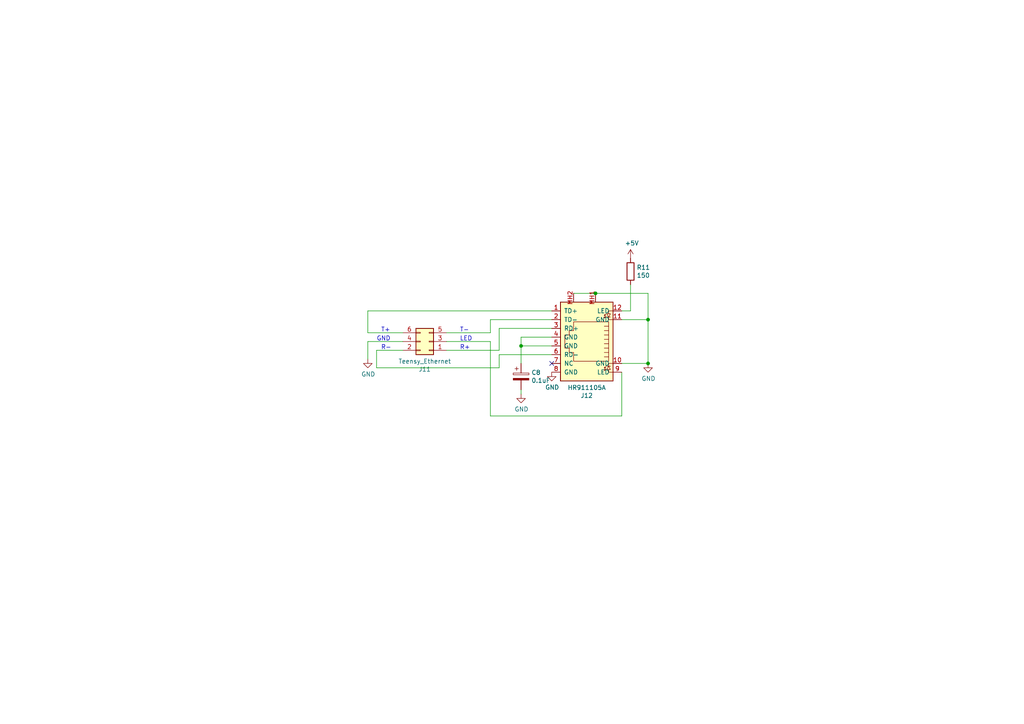
<source format=kicad_sch>
(kicad_sch (version 20211123) (generator eeschema)
  (paper "A4")
  (title_block (title "Ethernet") (date "2022-11-05"))
  (lib_symbols
    (symbol "RC10-rescue:+5V-power" (power) (pin_names (offset 0))
      (property "Value" "+5V-power" (at 0 3.556 0))
      (symbol "+5V-power_0_1"
        (polyline (pts (xy -0.762 1.27) (xy 0 2.54)))
        (polyline (pts (xy 0 0) (xy 0 2.54)))
        (polyline (pts (xy 0 2.54) (xy 0.762 1.27)))
      )
      (symbol "+5V-power_1_1"
        (pin power_in line (at 0 0 90) (length 0) hide (name "+5V") (number "1"))
      )
    )
    (symbol "RC10-rescue:CP-Device" (pin_numbers hide) (pin_names (offset 0.254))
      (property "Reference" "C" (at 0.635 2.54 0))
      (property "Value" "CP-Device" (at 0.635 -2.54 0))
      (symbol "CP-Device_0_1"
        (rectangle (start -2.286 0.508) (end 2.286 1.016))
        (polyline (pts (xy -1.778 2.286) (xy -0.762 2.286)))
        (polyline (pts (xy -1.27 2.794) (xy -1.27 1.778)))
        (rectangle (start 2.286 -0.508) (end -2.286 -1.016) (fill (type outline)))
      )
      (symbol "CP-Device_1_1"
        (pin passive line (at 0 3.81 270) (length 2.794) (name "~") (number "1"))
        (pin passive line (at 0 -3.81 90) (length 2.794) (name "~") (number "2"))
      )
    )
    (symbol "RC10-rescue:Conn_02x03_Odd_Even-Connector_Generic" (pin_names (offset 1.016) hide)
      (property "Reference" "J" (at 1.27 5.08 0))
      (property "Value" "Conn_02x03_Odd_Even-Connector_Generic" (at 1.27 -5.08 0))
      (symbol "Conn_02x03_Odd_Even-Connector_Generic_1_1"
        (rectangle (start -1.27 -2.413) (end 0 -2.667) (stroke (width 0.1524)))
        (rectangle (start -1.27 0.127) (end 0 -0.127) (stroke (width 0.1524)))
        (rectangle (start -1.27 2.667) (end 0 2.413) (stroke (width 0.1524)))
        (rectangle (start -1.27 3.81) (end 3.81 -3.81) (stroke (width 0.254)) (fill (type background)))
        (rectangle (start 3.81 -2.413) (end 2.54 -2.667) (stroke (width 0.1524)))
        (rectangle (start 3.81 0.127) (end 2.54 -0.127) (stroke (width 0.1524)))
        (rectangle (start 3.81 2.667) (end 2.54 2.413) (stroke (width 0.1524)))
        (pin passive line (at -5.08 2.54 0) (length 3.81) (name "Pin_1") (number "1"))
        (pin passive line (at 7.62 2.54 180) (length 3.81) (name "Pin_2") (number "2"))
        (pin passive line (at -5.08 0 0) (length 3.81) (name "Pin_3") (number "3"))
        (pin passive line (at 7.62 0 180) (length 3.81) (name "Pin_4") (number "4"))
        (pin passive line (at -5.08 -2.54 0) (length 3.81) (name "Pin_5") (number "5"))
        (pin passive line (at 7.62 -2.54 180) (length 3.81) (name "Pin_6") (number "6"))
      )
    )
    (symbol "RC10-rescue:GND-power" (power) (pin_names (offset 0))
      (property "Value" "GND-power" (at 0 -3.81 0))
      (symbol "GND-power_0_1"
        (polyline (pts (xy 0 0) (xy 0 -1.27) (xy 1.27 -1.27) (xy 0 -2.54) (xy -1.27 -1.27) (xy 0 -1.27)))
      )
      (symbol "GND-power_1_1"
        (pin power_in line (at 0 0 270) (length 0) hide (name "GND") (number "1"))
      )
    )
    (symbol "RC10-rescue:HR911105A-MyLib" (pin_names (offset 1.016))
      (property "Reference" "J" (at -6.0452 13.716 0))
      (property "Value" "HR911105A-MyLib" (at -3.4544 13.7668 0))
      (symbol "HR911105A-MyLib_0_1"
        (polyline (pts (xy -7.62 -7.62) (xy -6.35 -7.62)))
        (polyline (pts (xy -7.62 -5.08) (xy -6.35 -5.08)))
        (polyline (pts (xy -7.62 7.62) (xy -6.35 7.62)))
        (polyline (pts (xy -7.62 10.16) (xy -6.35 10.16)))
        (polyline (pts (xy -6.8834 8.4328) (xy -5.8674 8.4328)))
        (polyline (pts (xy -6.858 -5.842) (xy -5.842 -5.842)))
        (polyline (pts (xy -6.35 -7.62) (xy -6.35 -6.858)))
        (polyline (pts (xy -6.35 -5.08) (xy -6.35 -5.842)))
        (polyline (pts (xy -6.35 7.62) (xy -6.35 8.382)))
        (polyline (pts (xy -6.35 10.16) (xy -6.35 9.398)))
        (polyline (pts (xy -5.08 -6.223) (xy -5.207 -6.604)))
        (polyline (pts (xy -5.08 -5.588) (xy -5.207 -5.969)))
        (polyline (pts (xy -5.08 4.445) (xy -6.35 4.445)))
        (polyline (pts (xy -5.08 5.715) (xy -6.35 5.715)))
        (polyline (pts (xy -5.08 9.017) (xy -5.207 8.636)))
        (polyline (pts (xy -5.08 9.652) (xy -5.207 9.271)))
        (polyline (pts (xy -6.35 -3.175) (xy -5.08 -3.175) (xy -5.08 -3.175)))
        (polyline (pts (xy -6.35 -1.905) (xy -5.08 -1.905) (xy -5.08 -1.905)))
        (polyline (pts (xy -6.35 -0.635) (xy -5.08 -0.635) (xy -5.08 -0.635)))
        (polyline (pts (xy -6.35 0.635) (xy -5.08 0.635) (xy -5.08 0.635)))
        (polyline (pts (xy -6.35 1.905) (xy -5.08 1.905) (xy -5.08 1.905)))
        (polyline (pts (xy -5.588 -6.731) (xy -5.08 -6.223) (xy -5.461 -6.35)))
        (polyline (pts (xy -5.588 -6.096) (xy -5.08 -5.588) (xy -5.461 -5.715)))
        (polyline (pts (xy -5.588 8.509) (xy -5.08 9.017) (xy -5.461 8.89)))
        (polyline (pts (xy -5.588 9.144) (xy -5.08 9.652) (xy -5.461 9.525)))
        (polyline (pts (xy -5.08 3.175) (xy -6.35 3.175) (xy -6.35 3.175)))
        (polyline (pts (xy -6.35 -5.7658) (xy -6.858 -6.7818) (xy -5.842 -6.7818) (xy -6.35 -5.7658)))
        (polyline (pts (xy -6.35 8.382) (xy -5.842 9.398) (xy -6.858 9.398) (xy -6.35 8.382)))
        (polyline (pts (xy -6.35 -4.445) (xy -6.35 6.985) (xy 3.81 6.985) (xy 3.81 4.445) (xy 5.08 4.445) (xy 5.08 3.175) (xy 6.35 3.175) (xy 6.35 -0.635) (xy 5.08 -0.635) (xy 5.08 -1.905) (xy 3.81 -1.905) (xy 3.81 -4.445) (xy -6.35 -4.445) (xy -6.35 -4.445)))
        (rectangle (start 7.62 12.7) (end -7.62 -10.16) (stroke (width 0.254)) (fill (type background)))
      )
      (symbol "HR911105A-MyLib_1_1"
        (pin passive line (at 10.16 -7.62 180) (length 2.54) (name "TD+") (number "1"))
        (pin passive line (at -10.16 7.62 0) (length 2.54) (name "GND") (number "10"))
        (pin passive line (at -10.16 -5.08 0) (length 2.54) (name "GND") (number "11"))
        (pin passive line (at -10.16 -7.62 0) (length 2.54) (name "LED") (number "12"))
        (pin passive line (at 10.16 -5.08 180) (length 2.54) (name "TD-") (number "2"))
        (pin passive line (at 10.16 -2.54 180) (length 2.54) (name "RD+") (number "3"))
        (pin passive line (at 10.16 0 180) (length 2.54) (name "GND") (number "4"))
        (pin passive line (at 10.16 2.54 180) (length 2.54) (name "GND") (number "5"))
        (pin passive line (at 10.16 5.08 180) (length 2.54) (name "RD-") (number "6"))
        (pin passive line (at 10.16 7.62 180) (length 2.54) (name "NC") (number "7"))
        (pin passive line (at 10.16 10.16 180) (length 2.54) (name "GND") (number "8"))
        (pin passive line (at -10.16 10.16 0) (length 2.54) (name "LED") (number "9"))
        (pin passive line (at -2.54 -12.7 90) (length 2.54) (name "~") (number "MH1"))
        (pin passive line (at 3.81 -12.7 90) (length 2.54) (name "~") (number "MH2"))
      )
    )
    (symbol "RC10-rescue:R-Device" (pin_numbers hide) (pin_names (offset 0))
      (property "Reference" "R" (at 2.032 0 90))
      (property "Value" "R-Device" (at 0 0 90))
      (symbol "R-Device_0_1"
        (rectangle (start -1.016 -2.54) (end 1.016 2.54) (stroke (width 0.254)))
      )
      (symbol "R-Device_1_1"
        (pin passive line (at 0 3.81 270) (length 1.27) (name "~") (number "1"))
        (pin passive line (at 0 -3.81 90) (length 1.27) (name "~") (number "2"))
      )
    )
  )
  (junction (at 187.96 105.41))
  (junction (at 151.13 100.33))
  (junction (at 187.96 92.71))
  (junction (at 172.72 85.09))
  (no_connect (at 160.02 105.41))
  (wire (pts (xy 160.02 97.79) (xy 151.13 97.79)))
  (wire (pts (xy 144.78 95.25) (xy 144.78 101.6)))
  (wire (pts (xy 151.13 100.33) (xy 151.13 105.41)))
  (wire (pts (xy 144.78 102.87) (xy 144.78 106.68)))
  (wire (pts (xy 144.78 101.6) (xy 129.54 101.6)))
  (wire (pts (xy 109.22 106.68) (xy 144.78 106.68)))
  (wire (pts (xy 160.02 92.71) (xy 142.24 92.71)))
  (wire (pts (xy 180.34 92.71) (xy 187.96 92.71)))
  (wire (pts (xy 142.24 120.65) (xy 180.34 120.65)))
  (wire (pts (xy 180.34 90.17) (xy 182.88 90.17)))
  (wire (pts (xy 160.02 95.25) (xy 144.78 95.25)))
  (wire (pts (xy 151.13 97.79) (xy 151.13 100.33)))
  (wire (pts (xy 106.68 99.06) (xy 106.68 104.14)))
  (wire (pts (xy 129.54 96.52) (xy 142.24 96.52)))
  (wire (pts (xy 172.72 85.09) (xy 187.96 85.09)))
  (wire (pts (xy 166.37 85.09) (xy 172.72 85.09)))
  (wire (pts (xy 187.96 92.71) (xy 187.96 105.41)))
  (wire (pts (xy 180.34 120.65) (xy 180.34 107.95)))
  (wire (pts (xy 142.24 99.06) (xy 142.24 120.65)))
  (wire (pts (xy 182.88 90.17) (xy 182.88 82.55)))
  (wire (pts (xy 180.34 105.41) (xy 187.96 105.41)))
  (wire (pts (xy 116.84 99.06) (xy 106.68 99.06)))
  (wire (pts (xy 187.96 92.71) (xy 187.96 85.09)))
  (wire (pts (xy 142.24 96.52) (xy 142.24 92.71)))
  (wire (pts (xy 151.13 113.03) (xy 151.13 114.3)))
  (wire (pts (xy 129.54 99.06) (xy 142.24 99.06)))
  (wire (pts (xy 106.68 96.52) (xy 116.84 96.52)))
  (wire (pts (xy 160.02 100.33) (xy 151.13 100.33)))
  (wire (pts (xy 109.22 101.6) (xy 116.84 101.6)))
  (wire (pts (xy 106.68 90.17) (xy 106.68 96.52)))
  (wire (pts (xy 106.68 90.17) (xy 160.02 90.17)))
  (wire (pts (xy 160.02 102.87) (xy 144.78 102.87)))
  (wire (pts (xy 109.22 101.6) (xy 109.22 106.68)))
  (text "T-" (at 133.35 96.52 0) (effects (font (size 1.27 1.27)) (justify left bottom)))
  (text "LED" (at 133.35 99.06 0) (effects (font (size 1.27 1.27)) (justify left bottom)))
  (text "R+" (at 133.35 101.6 0) (effects (font (size 1.27 1.27)) (justify left bottom)))
  (text "T+" (at 110.49 96.52 0) (effects (font (size 1.27 1.27)) (justify left bottom)))
  (text "GND" (at 109.22 99.06 0) (effects (font (size 1.27 1.27)) (justify left bottom)))
  (text "R-" (at 110.49 101.6 0) (effects (font (size 1.27 1.27)) (justify left bottom)))
  (symbol (lib_id "RC10-rescue:R-Device") (at 182.88 78.74 0) (unit 1)
    (property "Reference" "R11" (at 184.658 77.5716 0) (effects (justify left)))
    (property "Value" "150" (at 184.658 79.883 0) (effects (justify left)))
    (property "Footprint" "Resistor_SMD:R_0603_1608Metric" (effects hide))
  )
  (symbol (lib_id "RC10-rescue:Conn_02x03_Odd_Even-Connector_Generic") (at 124.46 99.06 180) (unit 1)
    (property "Reference" "J11" (at 123.19 107.1118 0))
    (property "Value" "Teensy_Ethernet" (at 123.19 104.8004 0))
    (property "Footprint" "Connector_PinHeader_2.00mm:PinHeader_2x03_P2.00mm_Vertical" (effects hide))
  )
  (symbol (lib_id "RC10-rescue:GND-power") (at 151.13 114.3 0) (unit 1)
    (property "Reference" "#PWR025" (effects hide))
    (property "Value" "GND" (at 151.257 118.6942 0))
  )
  (symbol (lib_id "RC10-rescue:CP-Device") (at 151.13 109.22 0) (unit 1)
    (property "Reference" "C8" (at 154.1272 108.0516 0) (effects (justify left)))
    (property "Value" "0.1uF" (at 154.1272 110.363 0) (effects (justify left)))
    (property "Footprint" "Capacitor_SMD:C_0805_2012Metric" (effects hide))
  )
  (symbol (lib_id "RC10-rescue:GND-power") (at 106.68 104.14 0) (unit 1)
    (property "Reference" "#PWR024" (effects hide))
    (property "Value" "GND" (at 106.807 108.5342 0))
  )
  (symbol (lib_id "RC10-rescue:+5V-power") (at 182.88 74.93 0) (unit 1)
    (property "Reference" "#PWR0104" (effects hide))
    (property "Value" "+5V" (at 183.261 70.5358 0))
  )
  (symbol (lib_id "RC10-rescue:HR911105A-MyLib") (at 170.18 97.79 180) (unit 1)
    (property "Reference" "J12" (at 170.18 114.7318 0))
    (property "Value" "HR911105A" (at 170.18 112.4204 0))
    (property "Footprint" "MyFootprints:HR911105A" (effects hide))
  )
  (symbol (lib_id "RC10-rescue:GND-power") (at 160.02 107.95 0) (unit 1)
    (property "Reference" "#PWR026" (effects hide))
    (property "Value" "GND" (at 160.147 112.3442 0))
  )
  (symbol (lib_id "RC10-rescue:GND-power") (at 187.96 105.41 0) (unit 1)
    (property "Reference" "#PWR027" (effects hide))
    (property "Value" "GND" (at 188.087 109.8042 0))
  )
)
</source>
